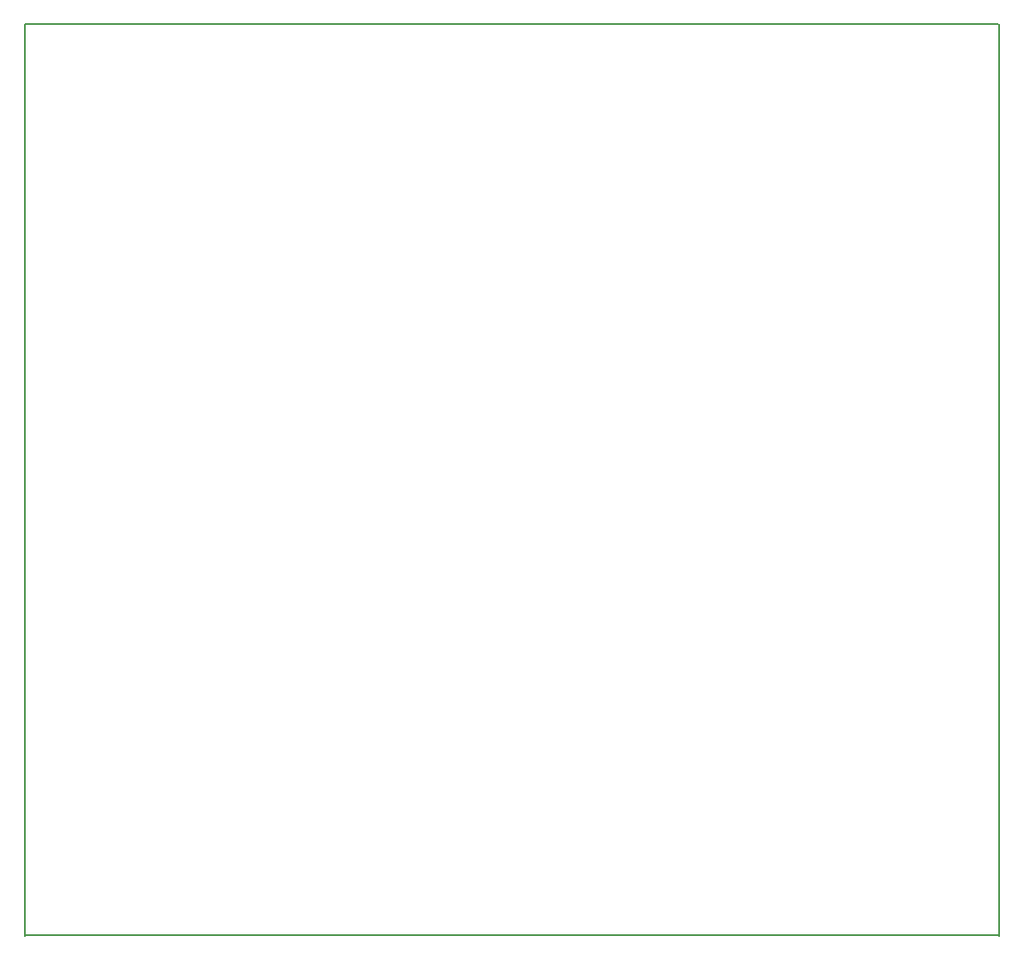
<source format=gbr>
%TF.GenerationSoftware,KiCad,Pcbnew,4.0.5+dfsg1-4*%
%TF.CreationDate,2018-11-05T17:45:36-05:00*%
%TF.ProjectId,ControlUnitInput,436F6E74726F6C556E6974496E707574,rev?*%
%TF.FileFunction,Profile,NP*%
%FSLAX46Y46*%
G04 Gerber Fmt 4.6, Leading zero omitted, Abs format (unit mm)*
G04 Created by KiCad (PCBNEW 4.0.5+dfsg1-4) date Mon Nov  5 17:45:36 2018*
%MOMM*%
%LPD*%
G01*
G04 APERTURE LIST*
%ADD10C,0.100000*%
%ADD11C,0.150000*%
G04 APERTURE END LIST*
D10*
D11*
X108788200Y-12636500D02*
X108788200Y-102636500D01*
X12700000Y-12700000D02*
X108700000Y-12700000D01*
X12700000Y-102616000D02*
X108700000Y-102616000D01*
X12700000Y-12700000D02*
X12700000Y-102700000D01*
M02*

</source>
